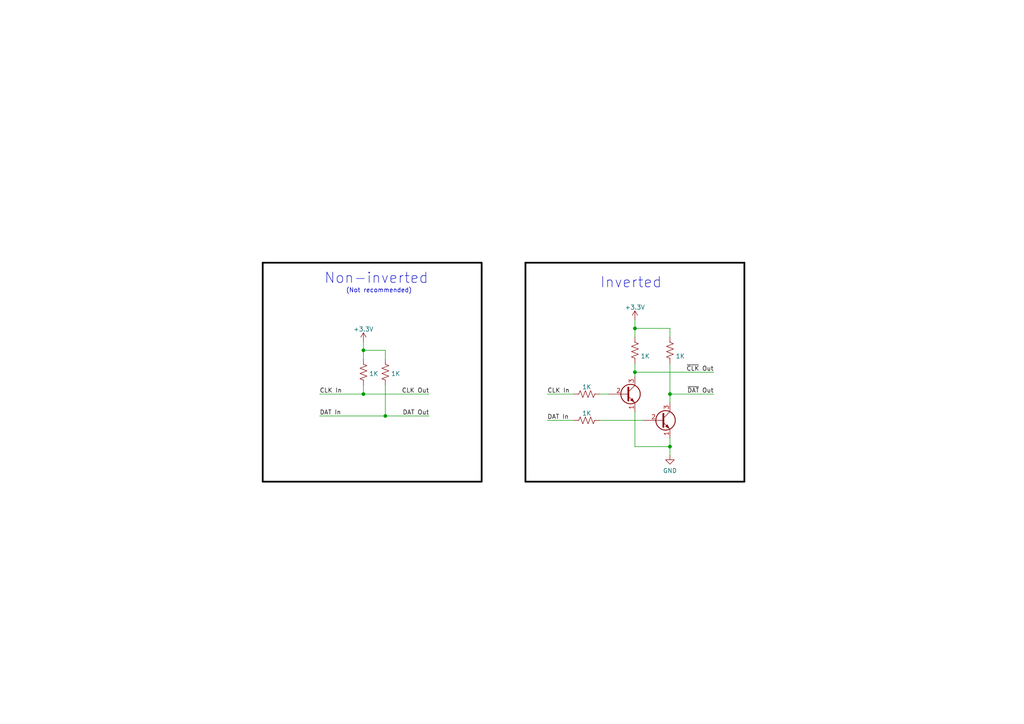
<source format=kicad_sch>
(kicad_sch (version 20211123) (generator eeschema)
  (paper "A4")
  (lib_symbols
    (symbol "Device:Q_NPN_EBC" (pin_names (offset 0) hide)
      (property "Reference" "Q" (at 5.08 1.27 0))
      (property "Value" "Q_NPN_EBC" (at 5.08 -1.27 0))
      (symbol "Q_NPN_EBC_0_1"
        (polyline (pts (xy 0.635 0.635) (xy 2.54 2.54)))
        (polyline (pts (xy 0.635 -0.635) (xy 2.54 -2.54) (xy 2.54 -2.54)))
        (polyline (pts (xy 0.635 1.905) (xy 0.635 -1.905) (xy 0.635 -1.905)) (stroke (width 0.508)))
        (polyline (pts (xy 1.27 -1.778) (xy 1.778 -1.27) (xy 2.286 -2.286) (xy 1.27 -1.778) (xy 1.27 -1.778)) (fill (type outline)))
        (circle (center 1.27 0) (radius 2.8194) (stroke (width 0.254)))
      )
      (symbol "Q_NPN_EBC_1_1"
        (pin passive line (at 2.54 -5.08 90) (length 2.54) (name "E") (number "1"))
        (pin passive line (at -5.08 0 0) (length 5.715) (name "B") (number "2"))
        (pin passive line (at 2.54 5.08 270) (length 2.54) (name "C") (number "3"))
      )
    )
    (symbol "Device:R_US" (pin_numbers hide) (pin_names (offset 0))
      (property "Reference" "R" (at 2.54 0 90))
      (property "Value" "R_US" (at -2.54 0 90))
      (symbol "R_US_0_1"
        (polyline (pts (xy 0 -2.286) (xy 0 -2.54)))
        (polyline (pts (xy 0 2.286) (xy 0 2.54)))
        (polyline (pts (xy 0 -0.762) (xy 1.016 -1.143) (xy 0 -1.524) (xy -1.016 -1.905) (xy 0 -2.286)))
        (polyline (pts (xy 0 0.762) (xy 1.016 0.381) (xy 0 0) (xy -1.016 -0.381) (xy 0 -0.762)))
        (polyline (pts (xy 0 2.286) (xy 1.016 1.905) (xy 0 1.524) (xy -1.016 1.143) (xy 0 0.762)))
      )
      (symbol "R_US_1_1"
        (pin passive line (at 0 3.81 270) (length 1.27) (name "~") (number "1"))
        (pin passive line (at 0 -3.81 90) (length 1.27) (name "~") (number "2"))
      )
    )
    (symbol "power:+3.3V" (power) (pin_names (offset 0))
      (property "Value" "+3.3V" (at 0 3.556 0))
      (symbol "+3.3V_0_1"
        (polyline (pts (xy -0.762 1.27) (xy 0 2.54)))
        (polyline (pts (xy 0 0) (xy 0 2.54)))
        (polyline (pts (xy 0 2.54) (xy 0.762 1.27)))
      )
      (symbol "+3.3V_1_1"
        (pin power_in line (at 0 0 90) (length 0) hide (name "+3.3V") (number "1"))
      )
    )
    (symbol "power:GND" (power) (pin_names (offset 0))
      (property "Value" "GND" (at 0 -3.81 0))
      (symbol "GND_0_1"
        (polyline (pts (xy 0 0) (xy 0 -1.27) (xy 1.27 -1.27) (xy 0 -2.54) (xy -1.27 -1.27) (xy 0 -1.27)))
      )
      (symbol "GND_1_1"
        (pin power_in line (at 0 0 270) (length 0) hide (name "GND") (number "1"))
      )
    )
  )
  (junction (at 105.41 114.3))
  (junction (at 105.41 101.6))
  (junction (at 194.31 114.3))
  (junction (at 184.15 95.25))
  (junction (at 184.15 107.95))
  (junction (at 111.76 120.65))
  (junction (at 194.31 129.54))
  (wire (pts (xy 105.41 114.3) (xy 124.46 114.3)))
  (wire (pts (xy 111.76 120.65) (xy 111.76 111.76)))
  (wire (pts (xy 184.15 95.25) (xy 194.31 95.25)))
  (polyline (pts (xy 76.2 76.2) (xy 139.7 76.2)) (stroke (width 0.5) (type solid) (color 0 0 0 1)))
  (wire (pts (xy 173.99 121.92) (xy 186.69 121.92)))
  (wire (pts (xy 105.41 101.6) (xy 111.76 101.6)))
  (wire (pts (xy 194.31 129.54) (xy 194.31 132.08)))
  (wire (pts (xy 184.15 92.71) (xy 184.15 95.25)))
  (polyline (pts (xy 152.4 76.2) (xy 152.4 76.2)))
  (polyline (pts (xy 76.2 139.7) (xy 76.2 76.2)) (stroke (width 0.5) (type solid) (color 0 0 0 1)))
  (polyline (pts (xy 76.2 76.2) (xy 76.2 76.2)))
  (polyline (pts (xy 139.7 76.2) (xy 139.7 139.7)) (stroke (width 0.5) (type solid) (color 0 0 0 1)))
  (wire (pts (xy 184.15 129.54) (xy 194.31 129.54)))
  (wire (pts (xy 184.15 107.95) (xy 207.01 107.95)))
  (wire (pts (xy 194.31 129.54) (xy 194.31 127)))
  (wire (pts (xy 105.41 114.3) (xy 105.41 111.76)))
  (wire (pts (xy 184.15 107.95) (xy 184.15 109.22)))
  (wire (pts (xy 194.31 95.25) (xy 194.31 97.79)))
  (wire (pts (xy 92.71 120.65) (xy 111.76 120.65)))
  (wire (pts (xy 194.31 105.41) (xy 194.31 114.3)))
  (wire (pts (xy 184.15 95.25) (xy 184.15 97.79)))
  (wire (pts (xy 158.75 121.92) (xy 166.37 121.92)))
  (wire (pts (xy 92.71 114.3) (xy 105.41 114.3)))
  (wire (pts (xy 184.15 105.41) (xy 184.15 107.95)))
  (wire (pts (xy 173.99 114.3) (xy 176.53 114.3)))
  (wire (pts (xy 184.15 119.38) (xy 184.15 129.54)))
  (polyline (pts (xy 152.4 76.2) (xy 215.9 76.2)) (stroke (width 0.5) (type solid) (color 0 0 0 1)))
  (polyline (pts (xy 139.7 139.7) (xy 76.2 139.7)) (stroke (width 0.5) (type solid) (color 0 0 0 1)))
  (polyline (pts (xy 215.9 76.2) (xy 215.9 139.7)) (stroke (width 0.5) (type solid) (color 0 0 0 1)))
  (wire (pts (xy 158.75 114.3) (xy 166.37 114.3)))
  (wire (pts (xy 194.31 114.3) (xy 207.01 114.3)))
  (wire (pts (xy 105.41 104.14) (xy 105.41 101.6)))
  (polyline (pts (xy 215.9 139.7) (xy 152.4 139.7)) (stroke (width 0.5) (type solid) (color 0 0 0 1)))
  (wire (pts (xy 194.31 114.3) (xy 194.31 116.84)))
  (wire (pts (xy 105.41 99.06) (xy 105.41 101.6)))
  (polyline (pts (xy 152.4 139.7) (xy 152.4 76.2)) (stroke (width 0.5) (type solid) (color 0 0 0 1)))
  (wire (pts (xy 111.76 101.6) (xy 111.76 104.14)))
  (wire (pts (xy 111.76 120.65) (xy 124.46 120.65)))
  (text "Non-inverted" (at 93.98 82.55 0) (effects (font (size 3 3)) (justify left bottom)))
  (text "(Not recommended)" (at 100.33 85.09 0) (effects (font (size 1.27 1.27)) (justify left bottom)))
  (text "Inverted" (at 173.99 83.82 0) (effects (font (size 3 3)) (justify left bottom)))
  (label "CLK Out" (at 124.46 114.3 180))
  (label "~{DAT} Out" (at 207.01 114.3 180))
  (label "DAT Out" (at 124.46 120.65 180))
  (label "~{CLK} Out" (at 207.01 107.95 180))
  (label "DAT In" (at 158.75 121.92 0))
  (label "DAT In" (at 92.71 120.65 0))
  (label "CLK In" (at 92.71 114.3 0))
  (label "CLK In" (at 158.75 114.3 0))
  (symbol (lib_id "Device:R_US") (at 170.18 114.3 90) (unit 1)
    (property "Reference" "R?" (effects hide))
    (property "Value" "1K" (at 170.18 112.2481 90))
  )
  (symbol (lib_id "power:GND") (at 194.31 132.08 0) (unit 1)
    (property "Reference" "#PWR?" (effects hide))
    (property "Value" "GND" (at 194.31 136.5234 0))
  )
  (symbol (lib_id "Device:Q_NPN_EBC") (at 191.77 121.92 0) (unit 1)
    (property "Reference" "Q?" (effects hide))
    (property "Value" "Q_NPN_EBC" (effects hide))
  )
  (symbol (lib_id "Device:R_US") (at 105.41 107.95 180) (unit 1)
    (property "Reference" "R?" (effects hide))
    (property "Value" "1K" (at 107.061 108.3838 0) (effects (justify right)))
  )
  (symbol (lib_id "Device:R_US") (at 184.15 101.6 0) (unit 1)
    (property "Reference" "R?" (effects hide))
    (property "Value" "1K" (at 185.801 103.3022 0) (effects (justify left)))
  )
  (symbol (lib_id "power:+3.3V") (at 105.41 99.06 0) (unit 1)
    (property "Reference" "#PWR?" (effects hide))
    (property "Value" "+3.3V" (at 105.41 95.4842 0))
  )
  (symbol (lib_id "Device:R_US") (at 111.76 107.95 180) (unit 1)
    (property "Reference" "R?" (effects hide))
    (property "Value" "1K" (at 113.411 108.3838 0) (effects (justify right)))
  )
  (symbol (lib_id "power:+3.3V") (at 184.15 92.71 0) (unit 1)
    (property "Reference" "#PWR?" (effects hide))
    (property "Value" "+3.3V" (at 184.15 89.1342 0))
  )
  (symbol (lib_id "Device:Q_NPN_EBC") (at 181.61 114.3 0) (unit 1)
    (property "Reference" "Q?" (effects hide))
    (property "Value" "Q_NPN_EBC" (effects hide))
  )
  (symbol (lib_id "Device:R_US") (at 170.18 121.92 90) (unit 1)
    (property "Reference" "R?" (effects hide))
    (property "Value" "1K" (at 170.18 119.8681 90))
  )
  (symbol (lib_id "Device:R_US") (at 194.31 101.6 0) (unit 1)
    (property "Reference" "R?" (effects hide))
    (property "Value" "1K" (at 195.961 103.3022 0) (effects (justify left)))
  )
)
</source>
